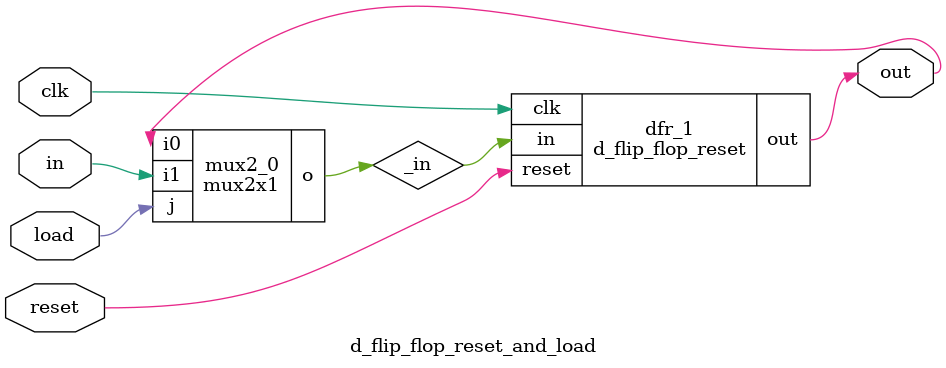
<source format=v>
module invert (input wire i, output wire o);
    assign o = !i;
endmodule

// And: Takes 2 inputs, performs AND and assigns result to output
module and2 (input wire i0, i1, output wire o);
  assign o = i0 & i1;
endmodule

// 2x1 multiplexor: Takes 2 inputs, assigns either first or second input to the output depending on j
module mux2x1 (input wire i0, i1, j, output wire o);
  assign o = (j==0)?i0:i1;
endmodule

// D Flip-Flop: Takes 1 input as well as clock, assigns input to output at each rising edge of clock
module d_flip_flop (input wire clk, in, output wire out);
  reg df_out;
  always@(posedge clk) df_out <= in;
  assign out = df_out;
endmodule

// D Flip-Flop with reset: Takes 1 input as well as clock and reset, when reset is active output is set to 0,
// otherwise 
module d_flip_flop_reset (input wire clk, reset, in, output wire out);
  wire reset_, df_in;
  invert invert_0 (reset, reset_);
  and2 and2_0 (in, reset_, df_in);
  d_flip_flop df_0 (clk, df_in, out);
endmodule

// D Flip-flop with reset and load: when load is active, the input is loaded into the flip-flop,
// otherwise it works the same as the D flip-flop with reset above.
module d_flip_flop_reset_and_load (input wire clk, reset, load, in, output wire out);
  wire _in;
  mux2x1 mux2_0(out, in, load, _in);
  d_flip_flop_reset dfr_1(clk, reset, _in, out);
endmodule
</source>
